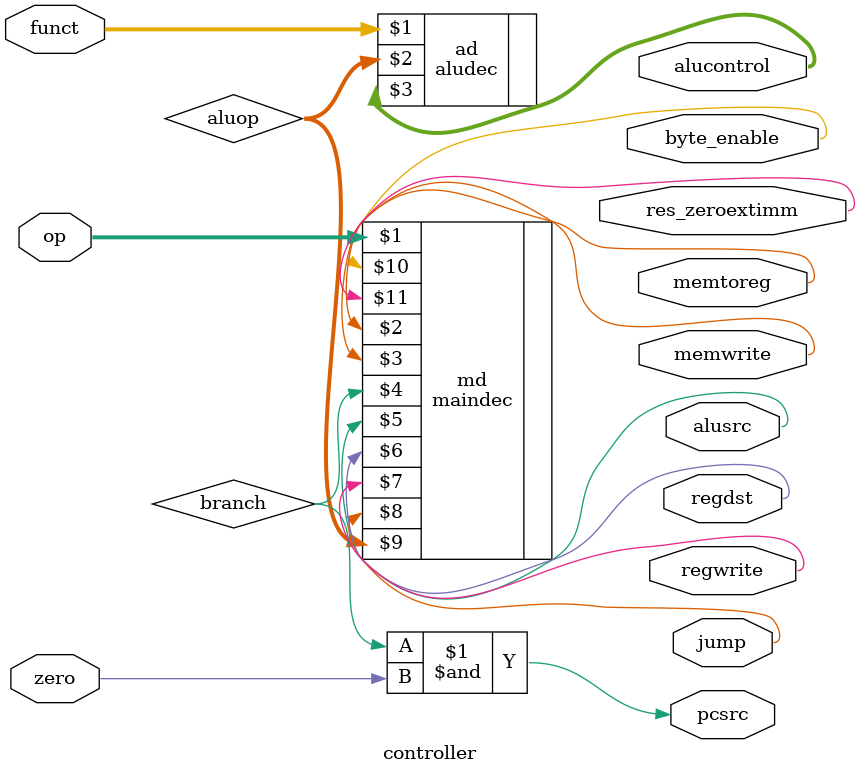
<source format=sv>
`timescale 1ns / 1ps
module controller(input  logic [5:0] op, funct,
                  input  logic       zero,
                  output logic       memtoreg, memwrite,
                  output logic       pcsrc, alusrc,
                  output logic       regdst, regwrite,
                  output logic       jump,
                  output logic [3:0] alucontrol,
                  output logic       byte_enable,
                  output logic       res_zeroextimm);

  logic [1:0] aluop;
  logic       branch;

  maindec md(op, memtoreg, memwrite, branch, alusrc, regdst,
             regwrite, jump, aluop, byte_enable, res_zeroextimm);
  aludec  ad(funct, aluop, alucontrol);

  assign pcsrc = branch & zero;
endmodule
</source>
